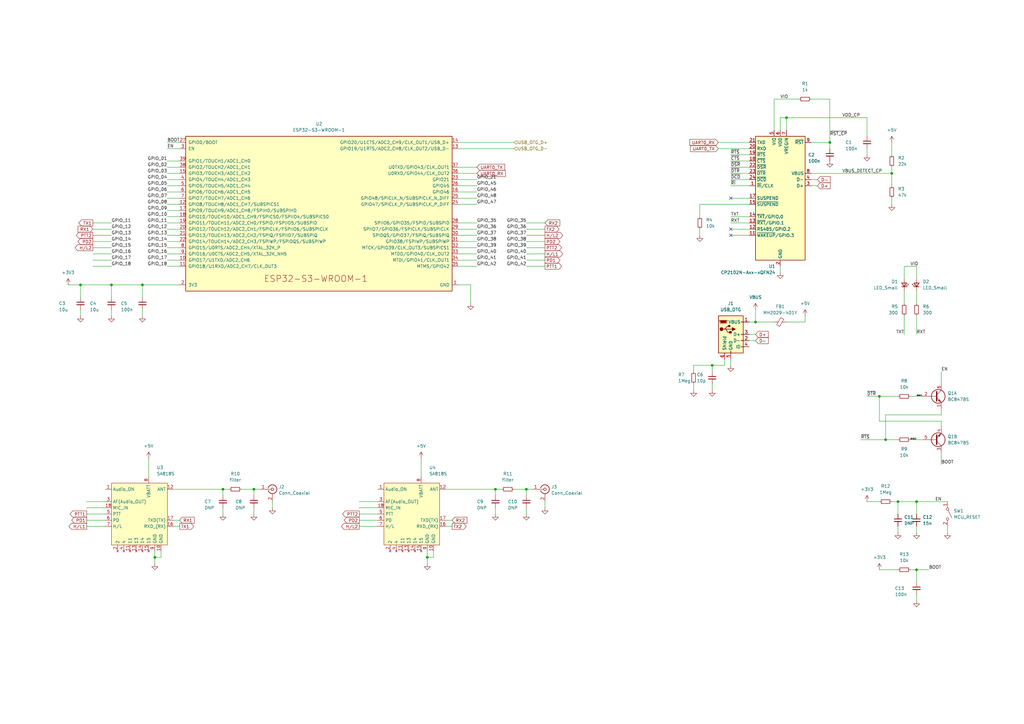
<source format=kicad_sch>
(kicad_sch (version 20211123) (generator eeschema)
  (paper "A3")
  (lib_symbols
    (symbol "Connector:Conn_Coaxial" (pin_names (offset 1.016) hide)
      (property "Reference" "J" (at 0.254 3.048 0))
      (property "Value" "Conn_Coaxial" (at 2.921 0 90))
      (symbol "Conn_Coaxial_0_1"
        (arc (start -1.778 -0.508) (mid 0.2311 -1.8066) (end 1.778 0) (stroke (width 0.254)))
        (polyline (pts (xy -2.54 0) (xy -0.508 0)))
        (polyline (pts (xy 0 -2.54) (xy 0 -1.778)))
        (circle (center 0 0) (radius 0.508) (stroke (width 0.2032)))
        (arc (start 1.778 0) (mid 0.2099 1.8101) (end -1.778 0.508) (stroke (width 0.254)))
      )
      (symbol "Conn_Coaxial_1_1"
        (pin passive line (at -5.08 0 0) (length 2.54) (name "In") (number "1"))
        (pin passive line (at 0 -5.08 90) (length 2.54) (name "Ext") (number "2"))
      )
    )
    (symbol "Connector:USB_OTG" (pin_names (offset 1.016))
      (property "Reference" "J" (at -5.08 11.43 0))
      (property "Value" "USB_OTG" (at -5.08 8.89 0))
      (symbol "USB_OTG_0_1"
        (rectangle (start -5.08 -7.62) (end 5.08 7.62) (stroke (width 0.254)) (fill (type background)))
        (circle (center -3.81 2.159) (radius 0.635) (stroke (width 0.254)) (fill (type outline)))
        (circle (center -0.635 3.429) (radius 0.381) (stroke (width 0.254)) (fill (type outline)))
        (rectangle (start -0.127 -7.62) (end 0.127 -6.858))
        (polyline (pts (xy -1.905 2.159) (xy 0.635 2.159)) (stroke (width 0.254)))
        (polyline (pts (xy -3.175 2.159) (xy -2.54 2.159) (xy -1.27 3.429) (xy -0.635 3.429)) (stroke (width 0.254)))
        (polyline (pts (xy -2.54 2.159) (xy -1.905 2.159) (xy -1.27 0.889) (xy 0 0.889)) (stroke (width 0.254)))
        (polyline (pts (xy 0.635 2.794) (xy 0.635 1.524) (xy 1.905 2.159) (xy 0.635 2.794)) (stroke (width 0.254)) (fill (type outline)))
        (polyline (pts (xy -4.318 5.588) (xy -1.778 5.588) (xy -2.032 4.826) (xy -4.064 4.826) (xy -4.318 5.588)) (fill (type outline)))
        (polyline (pts (xy -4.699 5.842) (xy -4.699 5.588) (xy -4.445 4.826) (xy -4.445 4.572) (xy -1.651 4.572) (xy -1.651 4.826) (xy -1.397 5.588) (xy -1.397 5.842) (xy -4.699 5.842)))
        (rectangle (start 0.254 1.27) (end -0.508 0.508) (stroke (width 0.254)) (fill (type outline)))
        (rectangle (start 5.08 -5.207) (end 4.318 -4.953))
        (rectangle (start 5.08 -2.667) (end 4.318 -2.413))
        (rectangle (start 5.08 -0.127) (end 4.318 0.127))
        (rectangle (start 5.08 4.953) (end 4.318 5.207))
      )
      (symbol "USB_OTG_1_1"
        (pin passive line (at 7.62 5.08 180) (length 2.54) (name "VBUS") (number "1"))
        (pin bidirectional line (at 7.62 -2.54 180) (length 2.54) (name "D-") (number "2"))
        (pin bidirectional line (at 7.62 0 180) (length 2.54) (name "D+") (number "3"))
        (pin passive line (at 7.62 -5.08 180) (length 2.54) (name "ID") (number "4"))
        (pin passive line (at 0 -10.16 90) (length 2.54) (name "GND") (number "5"))
        (pin passive line (at -2.54 -10.16 90) (length 2.54) (name "Shield") (number "6"))
      )
    )
    (symbol "Device:C_Small" (pin_numbers hide) (pin_names (offset 0.254) hide)
      (property "Reference" "C" (at 0.254 1.778 0))
      (property "Value" "C_Small" (at 0.254 -2.032 0))
      (symbol "C_Small_0_1"
        (polyline (pts (xy -1.524 -0.508) (xy 1.524 -0.508)) (stroke (width 0.3302)))
        (polyline (pts (xy -1.524 0.508) (xy 1.524 0.508)) (stroke (width 0.3048)))
      )
      (symbol "C_Small_1_1"
        (pin passive line (at 0 2.54 270) (length 2.032) (name "~") (number "1"))
        (pin passive line (at 0 -2.54 90) (length 2.032) (name "~") (number "2"))
      )
    )
    (symbol "Device:FerriteBead_Small" (pin_numbers hide) (pin_names (offset 0))
      (property "Reference" "FB" (at 1.905 1.27 0))
      (property "Value" "FerriteBead_Small" (at 1.905 -1.27 0))
      (symbol "FerriteBead_Small_0_1"
        (polyline (pts (xy 0 -1.27) (xy 0 -0.7874)))
        (polyline (pts (xy 0 0.889) (xy 0 1.2954)))
        (polyline (pts (xy -1.8288 0.2794) (xy -1.1176 1.4986) (xy 1.8288 -0.2032) (xy 1.1176 -1.4224) (xy -1.8288 0.2794)))
      )
      (symbol "FerriteBead_Small_1_1"
        (pin passive line (at 0 2.54 270) (length 1.27) (name "~") (number "1"))
        (pin passive line (at 0 -2.54 90) (length 1.27) (name "~") (number "2"))
      )
    )
    (symbol "Device:LED_Small" (pin_numbers hide) (pin_names (offset 0.254) hide)
      (property "Reference" "D" (at -1.27 3.175 0))
      (property "Value" "LED_Small" (at -4.445 -2.54 0))
      (symbol "LED_Small_0_1"
        (polyline (pts (xy -0.762 -1.016) (xy -0.762 1.016)) (stroke (width 0.254)))
        (polyline (pts (xy 1.016 0) (xy -0.762 0)))
        (polyline (pts (xy 0.762 -1.016) (xy -0.762 0) (xy 0.762 1.016) (xy 0.762 -1.016)) (stroke (width 0.254)))
        (polyline (pts (xy 0 0.762) (xy -0.508 1.27) (xy -0.254 1.27) (xy -0.508 1.27) (xy -0.508 1.016)))
        (polyline (pts (xy 0.508 1.27) (xy 0 1.778) (xy 0.254 1.778) (xy 0 1.778) (xy 0 1.524)))
      )
      (symbol "LED_Small_1_1"
        (pin passive line (at -2.54 0 0) (length 1.778) (name "K") (number "1"))
        (pin passive line (at 2.54 0 180) (length 1.778) (name "A") (number "2"))
      )
    )
    (symbol "Device:Q_Dual_NPN_NPN_E1B1C2E2B2C1" (pin_names (offset 0) hide)
      (property "Reference" "Q" (at 5.08 1.27 0))
      (property "Value" "Q_Dual_NPN_NPN_E1B1C2E2B2C1" (at 5.08 -1.27 0))
      (symbol "Q_Dual_NPN_NPN_E1B1C2E2B2C1_0_1"
        (polyline (pts (xy 0.635 0) (xy -2.54 0)))
        (polyline (pts (xy 0.635 0.635) (xy 2.54 2.54)))
        (polyline (pts (xy 0.635 -0.635) (xy 2.54 -2.54) (xy 2.54 -2.54)))
        (polyline (pts (xy 0.635 1.905) (xy 0.635 -1.905) (xy 0.635 -1.905)) (stroke (width 0.508)))
        (polyline (pts (xy 1.27 -1.778) (xy 1.778 -1.27) (xy 2.286 -2.286) (xy 1.27 -1.778) (xy 1.27 -1.778)) (fill (type outline)))
        (circle (center 1.27 0) (radius 2.8194) (stroke (width 0.254)))
      )
      (symbol "Q_Dual_NPN_NPN_E1B1C2E2B2C1_1_1"
        (pin passive line (at 2.54 -5.08 90) (length 2.54) (name "E1") (number "1"))
        (pin input line (at -5.08 0 0) (length 2.54) (name "B1") (number "2"))
        (pin passive line (at 2.54 5.08 270) (length 2.54) (name "C1") (number "6"))
      )
      (symbol "Q_Dual_NPN_NPN_E1B1C2E2B2C1_2_1"
        (pin passive line (at 2.54 5.08 270) (length 2.54) (name "C2") (number "3"))
        (pin passive line (at 2.54 -5.08 90) (length 2.54) (name "E2") (number "4"))
        (pin input line (at -5.08 0 0) (length 2.54) (name "B2") (number "5"))
      )
    )
    (symbol "Device:R_Small" (pin_numbers hide) (pin_names (offset 0.254) hide)
      (property "Reference" "R" (at 0.762 0.508 0))
      (property "Value" "R_Small" (at 0.762 -1.016 0))
      (symbol "R_Small_0_1"
        (rectangle (start -0.762 1.778) (end 0.762 -1.778) (stroke (width 0.2032)))
      )
      (symbol "R_Small_1_1"
        (pin passive line (at 0 2.54 270) (length 0.762) (name "~") (number "1"))
        (pin passive line (at 0 -2.54 90) (length 0.762) (name "~") (number "2"))
      )
    )
    (symbol "Espressif:ESP32-S3-WROOM-1" (pin_names (offset 1.016))
      (property "Reference" "U" (at -53.34 38.1 0))
      (property "Value" "ESP32-S3-WROOM-1" (at -53.34 35.56 0))
      (symbol "ESP32-S3-WROOM-1_0_0"
        (rectangle (start -53.34 33.02) (end 55.88 -30.48) (stroke (width 0.254)) (fill (type background)))
        (text "ESP32-S3-WROOM-1" (at 0 -25.4 0) (effects (font (size 2.54 2.54))))
        (pin power_in line (at 58.42 -27.94 180) (length 2.54) (name "GND") (number "1"))
        (pin bidirectional line (at -55.88 -17.78 0) (length 2.54) (name "GPIO17/U1TXD/ADC2_CH6") (number "10"))
        (pin bidirectional line (at -55.88 -20.32 0) (length 2.54) (name "GPIO18/U1RXD/ADC2_CH7/CLK_OUT3") (number "11"))
        (pin bidirectional line (at -55.88 5.08 0) (length 2.54) (name "GPIO8/TOUCH8/ADC1_CH7/SUBSPICS1") (number "12"))
        (pin bidirectional line (at 58.42 27.94 180) (length 2.54) (name "GPIO19/U1RTS/ADC2_CH8/CLK_OUT2/USB_D-") (number "13"))
        (pin bidirectional line (at 58.42 30.48 180) (length 2.54) (name "GPIO20/U1CTS/ADC2_CH9/CLK_OUT1/USB_D+") (number "14"))
        (pin bidirectional line (at -55.88 17.78 0) (length 2.54) (name "GPIO3/TOUCH3/ADC1_CH2") (number "15"))
        (pin bidirectional line (at 58.42 10.16 180) (length 2.54) (name "GPIO46") (number "16"))
        (pin bidirectional line (at -55.88 2.54 0) (length 2.54) (name "GPIO9/TOUCH9/ADC1_CH8/FSPIHD/SUBSPIHD") (number "17"))
        (pin bidirectional line (at -55.88 0 0) (length 2.54) (name "GPIO10/TOUCH10/ADC1_CH9/FSPICS0/FSPIIO4/SUBSPICS0") (number "18"))
        (pin bidirectional line (at -55.88 -2.54 0) (length 2.54) (name "GPIO11/TOUCH11/ADC2_CH0/FSPID/FSPIIO5/SUBSPID") (number "19"))
        (pin power_in line (at -55.88 -27.94 0) (length 2.54) (name "3V3") (number "2"))
        (pin bidirectional line (at -55.88 -5.08 0) (length 2.54) (name "GPIO12/TOUCH12/ADC2_CH1/FSPICLK/FSPIIO6/SUBSPICLK") (number "20"))
        (pin bidirectional line (at -55.88 -7.62 0) (length 2.54) (name "GPIO13/TOUCH13/ADC2_CH2/FSPIQ/FSPIIO7/SUBSPIQ") (number "21"))
        (pin bidirectional line (at -55.88 -10.16 0) (length 2.54) (name "GPIO14/TOUCH14/ADC2_CH3/FSPIWP/FSPIDQS/SUBSPIWP") (number "22"))
        (pin bidirectional line (at 58.42 15.24 180) (length 2.54) (name "GPIO21") (number "23"))
        (pin bidirectional line (at 58.42 5.08 180) (length 2.54) (name "GPIO47/SPICLK_P/SUBSPICLK_P_DIFF") (number "24"))
        (pin bidirectional line (at 58.42 7.62 180) (length 2.54) (name "GPIO48/SPICLK_N/SUBSPICLK_N_DIFF") (number "25"))
        (pin bidirectional line (at 58.42 12.7 180) (length 2.54) (name "GPIO45") (number "26"))
        (pin bidirectional line (at -55.88 30.48 0) (length 2.54) (name "GPIO0/BOOT") (number "27"))
        (pin bidirectional line (at 58.42 -2.54 180) (length 2.54) (name "SPIIO6/GPIO35/FSPID/SUBSPID") (number "28"))
        (pin bidirectional line (at 58.42 -5.08 180) (length 2.54) (name "SPIIO7/GPIO36/FSPICLK/SUBSPICLK") (number "29"))
        (pin input line (at -55.88 27.94 0) (length 2.54) (name "EN") (number "3"))
        (pin bidirectional line (at 58.42 -7.62 180) (length 2.54) (name "SPIDQS/GPIO37/FSPIQ/SUBSPIQ") (number "30"))
        (pin bidirectional line (at 58.42 -10.16 180) (length 2.54) (name "GPIO38/FSPIWP/SUBSPIWP") (number "31"))
        (pin bidirectional line (at 58.42 -12.7 180) (length 2.54) (name "MTCK/GPIO39/CLK_OUT3/SUBSPICS1") (number "32"))
        (pin bidirectional line (at 58.42 -15.24 180) (length 2.54) (name "MTDO/GPIO40/CLK_OUT2") (number "33"))
        (pin bidirectional line (at 58.42 -17.78 180) (length 2.54) (name "MTDI/GPIO41/CLK_OUT1") (number "34"))
        (pin bidirectional line (at 58.42 -20.32 180) (length 2.54) (name "MTMS/GPIO42") (number "35"))
        (pin bidirectional line (at 58.42 17.78 180) (length 2.54) (name "U0RXD/GPIO44/CLK_OUT2") (number "36"))
        (pin bidirectional line (at 58.42 20.32 180) (length 2.54) (name "U0TXD/GPIO43/CLK_OUT1") (number "37"))
        (pin bidirectional line (at -55.88 20.32 0) (length 2.54) (name "GPIO2/TOUCH2/ADC1_CH1") (number "38"))
        (pin bidirectional line (at -55.88 22.86 0) (length 2.54) (name "GPIO1/TOUCH1/ADC1_CH0") (number "39"))
        (pin bidirectional line (at -55.88 15.24 0) (length 2.54) (name "GPIO4/TOUCH4/ADC1_CH3") (number "4"))
        (pin passive line (at 58.42 -27.94 180) (length 2.54) hide (name "GND") (number "40"))
        (pin passive line (at 58.42 -27.94 180) (length 2.54) hide (name "GND") (number "41"))
        (pin bidirectional line (at -55.88 12.7 0) (length 2.54) (name "GPIO5/TOUCH5/ADC1_CH4") (number "5"))
        (pin bidirectional line (at -55.88 10.16 0) (length 2.54) (name "GPIO6/TOUCH6/ADC1_CH5") (number "6"))
        (pin bidirectional line (at -55.88 7.62 0) (length 2.54) (name "GPIO7/TOUCH7/ADC1_CH6") (number "7"))
        (pin bidirectional line (at -55.88 -12.7 0) (length 2.54) (name "GPIO15/U0RTS/ADC2_CH4/XTAL_32K_P") (number "8"))
        (pin bidirectional line (at -55.88 -15.24 0) (length 2.54) (name "GPIO16/U0CTS/ADC2_CH5/XTAL_32K_NH5") (number "9"))
      )
    )
    (symbol "Interface_USB:CP2102N-Axx-xQFN24"
      (property "Reference" "U" (at -8.89 26.67 0))
      (property "Value" "CP2102N-Axx-xQFN24" (at 13.97 26.67 0))
      (symbol "CP2102N-Axx-xQFN24_0_1"
        (rectangle (start -10.16 25.4) (end 10.16 -25.4) (stroke (width 0.254)) (fill (type background)))
      )
      (symbol "CP2102N-Axx-xQFN24_1_1"
        (pin bidirectional line (at 12.7 5.08 180) (length 2.54) (name "~{RI}/CLK") (number "1"))
        (pin no_connect line (at -10.16 -22.86 0) (length 2.54) hide (name "NC") (number "10"))
        (pin bidirectional line (at 12.7 -15.24 180) (length 2.54) (name "~{WAKEUP}/GPIO.3") (number "11"))
        (pin bidirectional line (at 12.7 -12.7 180) (length 2.54) (name "RS485/GPIO.2") (number "12"))
        (pin bidirectional line (at 12.7 -10.16 180) (length 2.54) (name "~{RXT}/GPIO.1") (number "13"))
        (pin bidirectional line (at 12.7 -7.62 180) (length 2.54) (name "~{TXT}/GPIO.0") (number "14"))
        (pin output line (at 12.7 -2.54 180) (length 2.54) (name "~{SUSPEND}") (number "15"))
        (pin no_connect line (at 10.16 -22.86 180) (length 2.54) hide (name "NC") (number "16"))
        (pin output line (at 12.7 0 180) (length 2.54) (name "SUSPEND") (number "17"))
        (pin input line (at 12.7 15.24 180) (length 2.54) (name "~{CTS}") (number "18"))
        (pin output line (at 12.7 17.78 180) (length 2.54) (name "~{RTS}") (number "19"))
        (pin power_in line (at 0 -27.94 90) (length 2.54) (name "GND") (number "2"))
        (pin input line (at 12.7 20.32 180) (length 2.54) (name "RXD") (number "20"))
        (pin output line (at 12.7 22.86 180) (length 2.54) (name "TXD") (number "21"))
        (pin input line (at 12.7 12.7 180) (length 2.54) (name "~{DSR}") (number "22"))
        (pin output line (at 12.7 10.16 180) (length 2.54) (name "~{DTR}") (number "23"))
        (pin input line (at 12.7 7.62 180) (length 2.54) (name "~{DCD}") (number "24"))
        (pin passive line (at 0 -27.94 90) (length 2.54) hide (name "GND") (number "25"))
        (pin bidirectional line (at -12.7 5.08 0) (length 2.54) (name "D+") (number "3"))
        (pin bidirectional line (at -12.7 7.62 0) (length 2.54) (name "D-") (number "4"))
        (pin power_in line (at 2.54 27.94 270) (length 2.54) (name "VIO") (number "5"))
        (pin power_in line (at 0 27.94 270) (length 2.54) (name "VDD") (number "6"))
        (pin power_in line (at -2.54 27.94 270) (length 2.54) (name "VREGIN") (number "7"))
        (pin input line (at -12.7 10.16 0) (length 2.54) (name "VBUS") (number "8"))
        (pin input line (at -12.7 22.86 0) (length 2.54) (name "~{RST}") (number "9"))
      )
    )
    (symbol "My_custom_lib:SA818S"
      (property "Reference" "U" (at 0 6.35 0))
      (property "Value" "SA818S" (at 0 8.89 0))
      (symbol "SA818S_0_1"
        (rectangle (start -7.62 2.54) (end 15.24 -22.86) (fill (type background)))
      )
      (symbol "SA818S_1_1"
        (pin input line (at -10.16 0 0) (length 2.54) (name "Audio_ON") (number "1"))
        (pin power_in line (at 12.7 -25.4 90) (length 2.54) (name "GND") (number "10"))
        (pin no_connect line (at 0 -25.4 90) (length 2.54) (name "11") (number "11"))
        (pin input line (at 17.78 0 180) (length 2.54) (name "ANT") (number "12"))
        (pin no_connect line (at 2.54 -25.4 90) (length 2.54) (name "13") (number "13"))
        (pin no_connect line (at 5.08 -25.4 90) (length 2.54) (name "14") (number "14"))
        (pin no_connect line (at 7.62 -25.4 90) (length 2.54) (name "15") (number "15"))
        (pin input line (at 17.78 -15.24 180) (length 2.54) (name "RXD_(RX)") (number "16"))
        (pin input line (at 17.78 -12.7 180) (length 2.54) (name "TXD(TX)") (number "17"))
        (pin input line (at -10.16 -7.62 0) (length 2.54) (name "MIC_IN") (number "18"))
        (pin no_connect line (at -5.08 -25.4 90) (length 2.54) (name "2") (number "2"))
        (pin input line (at -10.16 -5.08 0) (length 2.54) (name "AF(Audio_OUT)") (number "3"))
        (pin no_connect line (at -2.54 -25.4 90) (length 2.54) (name "4") (number "4"))
        (pin input line (at -10.16 -10.16 0) (length 2.54) (name "PTT") (number "5"))
        (pin input line (at -10.16 -12.7 0) (length 2.54) (name "PD") (number "6"))
        (pin input line (at -10.16 -15.24 0) (length 2.54) (name "H/L") (number "7"))
        (pin power_in line (at 7.62 5.08 270) (length 2.54) (name "VBATT") (number "8"))
        (pin power_in line (at 10.16 -25.4 90) (length 2.54) (name "GND") (number "9"))
      )
    )
    (symbol "SA818S_1"
      (property "Reference" "U" (at 0 6.35 0))
      (property "Value" "SA818S_1" (at 0 8.89 0))
      (symbol "SA818S_1_0_1"
        (rectangle (start -7.62 2.54) (end 15.24 -22.86) (fill (type background)))
      )
      (symbol "SA818S_1_1_1"
        (pin input line (at -10.16 0 0) (length 2.54) (name "Audio_ON") (number "1"))
        (pin power_in line (at 12.7 -25.4 90) (length 2.54) (name "GND") (number "10"))
        (pin no_connect line (at 0 -25.4 90) (length 2.54) (name "11") (number "11"))
        (pin input line (at 17.78 0 180) (length 2.54) (name "ANT") (number "12"))
        (pin no_connect line (at 2.54 -25.4 90) (length 2.54) (name "13") (number "13"))
        (pin no_connect line (at 5.08 -25.4 90) (length 2.54) (name "14") (number "14"))
        (pin no_connect line (at 7.62 -25.4 90) (length 2.54) (name "15") (number "15"))
        (pin input line (at 17.78 -15.24 180) (length 2.54) (name "RXD_(RX)") (number "16"))
        (pin input line (at 17.78 -12.7 180) (length 2.54) (name "TXD(TX)") (number "17"))
        (pin input line (at -10.16 -7.62 0) (length 2.54) (name "MIC_IN") (number "18"))
        (pin no_connect line (at -5.08 -25.4 90) (length 2.54) (name "2") (number "2"))
        (pin input line (at -10.16 -5.08 0) (length 2.54) (name "AF(Audio_OUT)") (number "3"))
        (pin no_connect line (at -2.54 -25.4 90) (length 2.54) (name "4") (number "4"))
        (pin input line (at -10.16 -10.16 0) (length 2.54) (name "PTT") (number "5"))
        (pin input line (at -10.16 -12.7 0) (length 2.54) (name "PD") (number "6"))
        (pin input line (at -10.16 -15.24 0) (length 2.54) (name "H/L") (number "7"))
        (pin power_in line (at 7.62 5.08 270) (length 2.54) (name "VBATT") (number "8"))
        (pin power_in line (at 10.16 -25.4 90) (length 2.54) (name "GND") (number "9"))
      )
    )
    (symbol "Switch:SW_SPST" (pin_names (offset 0) hide)
      (property "Reference" "SW" (at 0 3.175 0))
      (property "Value" "SW_SPST" (at 0 -2.54 0))
      (symbol "SW_SPST_0_0"
        (circle (center -2.032 0) (radius 0.508))
        (polyline (pts (xy -1.524 0.254) (xy 1.524 1.778)))
        (circle (center 2.032 0) (radius 0.508))
      )
      (symbol "SW_SPST_1_1"
        (pin passive line (at -5.08 0 0) (length 2.54) (name "A") (number "1"))
        (pin passive line (at 5.08 0 180) (length 2.54) (name "B") (number "2"))
      )
    )
    (symbol "power:+3V3" (power) (pin_names (offset 0))
      (property "Value" "+3V3" (at 0 3.556 0))
      (symbol "+3V3_0_1"
        (polyline (pts (xy -0.762 1.27) (xy 0 2.54)))
        (polyline (pts (xy 0 0) (xy 0 2.54)))
        (polyline (pts (xy 0 2.54) (xy 0.762 1.27)))
      )
      (symbol "+3V3_1_1"
        (pin power_in line (at 0 0 90) (length 0) hide (name "+3V3") (number "1"))
      )
    )
    (symbol "power:+5V" (power) (pin_names (offset 0))
      (property "Value" "+5V" (at 0 3.556 0))
      (symbol "+5V_0_1"
        (polyline (pts (xy -0.762 1.27) (xy 0 2.54)))
        (polyline (pts (xy 0 0) (xy 0 2.54)))
        (polyline (pts (xy 0 2.54) (xy 0.762 1.27)))
      )
      (symbol "+5V_1_1"
        (pin power_in line (at 0 0 90) (length 0) hide (name "+5V") (number "1"))
      )
    )
    (symbol "power:GND" (power) (pin_names (offset 0))
      (property "Value" "GND" (at 0 -3.81 0))
      (symbol "GND_0_1"
        (polyline (pts (xy 0 0) (xy 0 -1.27) (xy 1.27 -1.27) (xy 0 -2.54) (xy -1.27 -1.27) (xy 0 -1.27)))
      )
      (symbol "GND_1_1"
        (pin power_in line (at 0 0 270) (length 0) hide (name "GND") (number "1"))
      )
    )
    (symbol "power:VBUS" (power) (pin_names (offset 0))
      (property "Value" "VBUS" (at 0 3.81 0))
      (symbol "VBUS_0_1"
        (polyline (pts (xy -0.762 1.27) (xy 0 2.54)))
        (polyline (pts (xy 0 0) (xy 0 2.54)))
        (polyline (pts (xy 0 2.54) (xy 0.762 1.27)))
      )
      (symbol "VBUS_1_1"
        (pin power_in line (at 0 0 90) (length 0) hide (name "VBUS") (number "1"))
      )
    )
  )
  (junction (at 215.9 200.66))
  (junction (at 58.42 116.84))
  (junction (at 33.02 116.84))
  (junction (at 375.92 233.68))
  (junction (at 292.1 149.86))
  (junction (at 365.76 71.12))
  (junction (at 45.72 116.84))
  (junction (at 175.26 228.6))
  (junction (at 368.3 205.74))
  (junction (at 375.92 205.74))
  (junction (at 360.68 162.56))
  (junction (at 203.2 200.66))
  (junction (at 363.22 180.34))
  (junction (at 91.44 200.66))
  (junction (at 309.88 132.08))
  (junction (at 63.5 228.6))
  (junction (at 104.14 200.66))
  (junction (at 340.36 58.42))
  (junction (at 322.58 48.26))
  (no_connect (at 299.72 81.28))
  (no_connect (at 299.72 96.52))
  (no_connect (at 299.72 93.98))
  (wire (pts (xy 320.04 109.22) (xy 320.04 111.76)))
  (wire (pts (xy 386.08 157.48) (xy 386.08 152.4)))
  (wire (pts (xy 35.56 215.9) (xy 43.18 215.9)))
  (wire (pts (xy 38.1 91.44) (xy 45.72 91.44)))
  (wire (pts (xy 307.34 139.7) (xy 309.88 139.7)))
  (wire (pts (xy 223.52 205.74) (xy 223.52 208.28)))
  (wire (pts (xy 68.58 86.36) (xy 73.66 86.36)))
  (wire (pts (xy 104.14 203.2) (xy 104.14 200.66)))
  (wire (pts (xy 317.5 40.64) (xy 327.66 40.64)))
  (wire (pts (xy 91.44 200.66) (xy 93.98 200.66)))
  (wire (pts (xy 45.72 116.84) (xy 58.42 116.84)))
  (wire (pts (xy 187.96 81.28) (xy 195.58 81.28)))
  (wire (pts (xy 68.58 66.04) (xy 73.66 66.04)))
  (wire (pts (xy 360.68 172.72) (xy 386.08 172.72)))
  (wire (pts (xy 375.92 215.9) (xy 375.92 218.44)))
  (wire (pts (xy 91.44 208.28) (xy 91.44 210.82)))
  (wire (pts (xy 68.58 58.42) (xy 73.66 58.42)))
  (wire (pts (xy 332.74 71.12) (xy 365.76 71.12)))
  (wire (pts (xy 63.5 228.6) (xy 63.5 226.06)))
  (wire (pts (xy 360.68 162.56) (xy 368.3 162.56)))
  (wire (pts (xy 58.42 121.92) (xy 58.42 116.84)))
  (wire (pts (xy 58.42 116.84) (xy 73.66 116.84)))
  (wire (pts (xy 193.04 116.84) (xy 193.04 124.46)))
  (wire (pts (xy 63.5 228.6) (xy 63.5 231.14)))
  (wire (pts (xy 340.36 40.64) (xy 340.36 58.42)))
  (wire (pts (xy 187.96 99.06) (xy 195.58 99.06)))
  (wire (pts (xy 299.72 68.58) (xy 307.34 68.58)))
  (wire (pts (xy 182.88 215.9) (xy 185.42 215.9)))
  (wire (pts (xy 58.42 127) (xy 58.42 129.54)))
  (wire (pts (xy 187.96 104.14) (xy 195.58 104.14)))
  (wire (pts (xy 386.08 190.5) (xy 386.08 185.42)))
  (wire (pts (xy 360.68 233.68) (xy 368.3 233.68)))
  (wire (pts (xy 292.1 149.86) (xy 292.1 152.4)))
  (wire (pts (xy 187.96 83.82) (xy 195.58 83.82)))
  (wire (pts (xy 223.52 106.68) (xy 215.9 106.68)))
  (wire (pts (xy 386.08 170.18) (xy 386.08 167.64)))
  (wire (pts (xy 187.96 109.22) (xy 195.58 109.22)))
  (wire (pts (xy 330.2 132.08) (xy 322.58 132.08)))
  (wire (pts (xy 45.72 104.14) (xy 38.1 104.14)))
  (wire (pts (xy 68.58 88.9) (xy 73.66 88.9)))
  (wire (pts (xy 363.22 180.34) (xy 368.3 180.34)))
  (wire (pts (xy 210.82 200.66) (xy 215.9 200.66)))
  (wire (pts (xy 332.74 76.2) (xy 335.28 76.2)))
  (wire (pts (xy 182.88 213.36) (xy 185.42 213.36)))
  (wire (pts (xy 68.58 68.58) (xy 73.66 68.58)))
  (wire (pts (xy 147.32 213.36) (xy 154.94 213.36)))
  (wire (pts (xy 297.18 147.32) (xy 297.18 149.86)))
  (wire (pts (xy 35.56 205.74) (xy 43.18 205.74)))
  (wire (pts (xy 68.58 60.96) (xy 73.66 60.96)))
  (wire (pts (xy 375.92 243.84) (xy 375.92 246.38)))
  (wire (pts (xy 177.8 226.06) (xy 177.8 228.6)))
  (wire (pts (xy 187.96 106.68) (xy 195.58 106.68)))
  (wire (pts (xy 299.72 71.12) (xy 307.34 71.12)))
  (wire (pts (xy 187.96 71.12) (xy 195.58 71.12)))
  (wire (pts (xy 45.72 109.22) (xy 38.1 109.22)))
  (wire (pts (xy 68.58 73.66) (xy 73.66 73.66)))
  (wire (pts (xy 175.26 226.06) (xy 175.26 228.6)))
  (wire (pts (xy 368.3 215.9) (xy 368.3 218.44)))
  (wire (pts (xy 66.04 228.6) (xy 63.5 228.6)))
  (wire (pts (xy 299.72 93.98) (xy 307.34 93.98)))
  (wire (pts (xy 322.58 48.26) (xy 320.04 48.26)))
  (wire (pts (xy 223.52 109.22) (xy 215.9 109.22)))
  (wire (pts (xy 33.02 127) (xy 33.02 129.54)))
  (wire (pts (xy 45.72 121.92) (xy 45.72 116.84)))
  (wire (pts (xy 307.34 58.42) (xy 294.64 58.42)))
  (wire (pts (xy 307.34 132.08) (xy 309.88 132.08)))
  (wire (pts (xy 68.58 99.06) (xy 73.66 99.06)))
  (wire (pts (xy 322.58 53.34) (xy 322.58 48.26)))
  (wire (pts (xy 147.32 205.74) (xy 154.94 205.74)))
  (wire (pts (xy 330.2 129.54) (xy 330.2 132.08)))
  (wire (pts (xy 215.9 200.66) (xy 218.44 200.66)))
  (wire (pts (xy 355.6 48.26) (xy 355.6 55.88)))
  (wire (pts (xy 317.5 53.34) (xy 317.5 40.64)))
  (wire (pts (xy 187.96 91.44) (xy 195.58 91.44)))
  (wire (pts (xy 307.34 60.96) (xy 294.64 60.96)))
  (wire (pts (xy 147.32 210.82) (xy 154.94 210.82)))
  (wire (pts (xy 287.02 83.82) (xy 307.34 83.82)))
  (wire (pts (xy 68.58 96.52) (xy 73.66 96.52)))
  (wire (pts (xy 68.58 93.98) (xy 73.66 93.98)))
  (wire (pts (xy 68.58 76.2) (xy 73.66 76.2)))
  (wire (pts (xy 27.94 116.84) (xy 33.02 116.84)))
  (wire (pts (xy 365.76 81.28) (xy 365.76 83.82)))
  (wire (pts (xy 299.72 66.04) (xy 307.34 66.04)))
  (wire (pts (xy 370.84 129.54) (xy 370.84 137.16)))
  (wire (pts (xy 68.58 91.44) (xy 73.66 91.44)))
  (wire (pts (xy 363.22 170.18) (xy 363.22 180.34)))
  (wire (pts (xy 287.02 83.82) (xy 287.02 88.9)))
  (wire (pts (xy 91.44 203.2) (xy 91.44 200.66)))
  (wire (pts (xy 187.96 76.2) (xy 195.58 76.2)))
  (wire (pts (xy 309.88 127) (xy 309.88 132.08)))
  (wire (pts (xy 68.58 104.14) (xy 73.66 104.14)))
  (wire (pts (xy 375.92 210.82) (xy 375.92 205.74)))
  (wire (pts (xy 215.9 208.28) (xy 215.9 210.82)))
  (wire (pts (xy 388.62 215.9) (xy 388.62 218.44)))
  (wire (pts (xy 340.36 58.42) (xy 340.36 60.96)))
  (wire (pts (xy 187.96 93.98) (xy 195.58 93.98)))
  (wire (pts (xy 215.9 93.98) (xy 223.52 93.98)))
  (wire (pts (xy 360.68 162.56) (xy 360.68 172.72)))
  (wire (pts (xy 203.2 208.28) (xy 203.2 210.82)))
  (wire (pts (xy 320.04 48.26) (xy 320.04 53.34)))
  (wire (pts (xy 340.36 58.42) (xy 332.74 58.42)))
  (wire (pts (xy 223.52 101.6) (xy 215.9 101.6)))
  (wire (pts (xy 284.48 149.86) (xy 284.48 152.4)))
  (wire (pts (xy 375.92 119.38) (xy 375.92 124.46)))
  (wire (pts (xy 386.08 170.18) (xy 363.22 170.18)))
  (wire (pts (xy 299.72 81.28) (xy 307.34 81.28)))
  (wire (pts (xy 187.96 96.52) (xy 195.58 96.52)))
  (wire (pts (xy 45.72 96.52) (xy 38.1 96.52)))
  (wire (pts (xy 35.56 208.28) (xy 43.18 208.28)))
  (wire (pts (xy 68.58 83.82) (xy 73.66 83.82)))
  (wire (pts (xy 297.18 149.86) (xy 292.1 149.86)))
  (wire (pts (xy 68.58 101.6) (xy 73.66 101.6)))
  (wire (pts (xy 104.14 200.66) (xy 106.68 200.66)))
  (wire (pts (xy 99.06 200.66) (xy 104.14 200.66)))
  (wire (pts (xy 370.84 109.22) (xy 375.92 109.22)))
  (wire (pts (xy 355.6 162.56) (xy 360.68 162.56)))
  (wire (pts (xy 60.96 187.96) (xy 60.96 195.58)))
  (wire (pts (xy 365.76 68.58) (xy 365.76 71.12)))
  (wire (pts (xy 175.26 228.6) (xy 175.26 231.14)))
  (wire (pts (xy 373.38 180.34) (xy 378.46 180.34)))
  (wire (pts (xy 68.58 81.28) (xy 73.66 81.28)))
  (wire (pts (xy 375.92 129.54) (xy 375.92 137.16)))
  (wire (pts (xy 386.08 172.72) (xy 386.08 175.26)))
  (wire (pts (xy 187.96 116.84) (xy 193.04 116.84)))
  (wire (pts (xy 375.92 205.74) (xy 388.62 205.74)))
  (wire (pts (xy 299.72 63.5) (xy 307.34 63.5)))
  (wire (pts (xy 68.58 106.68) (xy 73.66 106.68)))
  (wire (pts (xy 307.34 88.9) (xy 299.72 88.9)))
  (wire (pts (xy 172.72 187.96) (xy 172.72 195.58)))
  (wire (pts (xy 68.58 78.74) (xy 73.66 78.74)))
  (wire (pts (xy 292.1 157.48) (xy 292.1 160.02)))
  (wire (pts (xy 355.6 205.74) (xy 360.68 205.74)))
  (wire (pts (xy 45.72 101.6) (xy 38.1 101.6)))
  (wire (pts (xy 215.9 203.2) (xy 215.9 200.66)))
  (wire (pts (xy 332.74 40.64) (xy 340.36 40.64)))
  (wire (pts (xy 368.3 210.82) (xy 368.3 205.74)))
  (wire (pts (xy 299.72 96.52) (xy 307.34 96.52)))
  (wire (pts (xy 299.72 73.66) (xy 307.34 73.66)))
  (wire (pts (xy 355.6 48.26) (xy 322.58 48.26)))
  (wire (pts (xy 287.02 93.98) (xy 287.02 96.52)))
  (wire (pts (xy 45.72 106.68) (xy 38.1 106.68)))
  (wire (pts (xy 35.56 213.36) (xy 43.18 213.36)))
  (wire (pts (xy 203.2 200.66) (xy 205.74 200.66)))
  (wire (pts (xy 292.1 149.86) (xy 284.48 149.86)))
  (wire (pts (xy 365.76 58.42) (xy 365.76 63.5)))
  (wire (pts (xy 223.52 96.52) (xy 215.9 96.52)))
  (wire (pts (xy 365.76 71.12) (xy 365.76 76.2)))
  (wire (pts (xy 45.72 127) (xy 45.72 129.54)))
  (wire (pts (xy 182.88 200.66) (xy 203.2 200.66)))
  (wire (pts (xy 147.32 215.9) (xy 154.94 215.9)))
  (wire (pts (xy 66.04 228.6) (xy 66.04 226.06)))
  (wire (pts (xy 373.38 162.56) (xy 378.46 162.56)))
  (wire (pts (xy 375.92 238.76) (xy 375.92 233.68)))
  (wire (pts (xy 355.6 60.96) (xy 355.6 63.5)))
  (wire (pts (xy 187.96 58.42) (xy 210.82 58.42)))
  (wire (pts (xy 177.8 228.6) (xy 175.26 228.6)))
  (wire (pts (xy 45.72 99.06) (xy 38.1 99.06)))
  (wire (pts (xy 284.48 157.48) (xy 284.48 160.02)))
  (wire (pts (xy 187.96 60.96) (xy 210.82 60.96)))
  (wire (pts (xy 375.92 233.68) (xy 373.38 233.68)))
  (wire (pts (xy 187.96 78.74) (xy 195.58 78.74)))
  (wire (pts (xy 71.12 213.36) (xy 73.66 213.36)))
  (wire (pts (xy 368.3 205.74) (xy 375.92 205.74)))
  (wire (pts (xy 375.92 109.22) (xy 375.92 114.3)))
  (wire (pts (xy 353.06 180.34) (xy 363.22 180.34)))
  (wire (pts (xy 299.72 76.2) (xy 307.34 76.2)))
  (wire (pts (xy 187.96 68.58) (xy 195.58 68.58)))
  (wire (pts (xy 33.02 121.92) (xy 33.02 116.84)))
  (wire (pts (xy 309.88 132.08) (xy 317.5 132.08)))
  (wire (pts (xy 223.52 104.14) (xy 215.9 104.14)))
  (wire (pts (xy 104.14 208.28) (xy 104.14 210.82)))
  (wire (pts (xy 332.74 73.66) (xy 335.28 73.66)))
  (wire (pts (xy 203.2 203.2) (xy 203.2 200.66)))
  (wire (pts (xy 365.76 205.74) (xy 368.3 205.74)))
  (wire (pts (xy 68.58 71.12) (xy 73.66 71.12)))
  (wire (pts (xy 307.34 91.44) (xy 299.72 91.44)))
  (wire (pts (xy 147.32 208.28) (xy 154.94 208.28)))
  (wire (pts (xy 111.76 205.74) (xy 111.76 208.28)))
  (wire (pts (xy 381 233.68) (xy 375.92 233.68)))
  (wire (pts (xy 370.84 119.38) (xy 370.84 124.46)))
  (wire (pts (xy 307.34 137.16) (xy 309.88 137.16)))
  (wire (pts (xy 71.12 200.66) (xy 91.44 200.66)))
  (wire (pts (xy 215.9 91.44) (xy 223.52 91.44)))
  (wire (pts (xy 187.96 101.6) (xy 195.58 101.6)))
  (wire (pts (xy 35.56 210.82) (xy 43.18 210.82)))
  (wire (pts (xy 71.12 215.9) (xy 73.66 215.9)))
  (wire (pts (xy 33.02 116.84) (xy 45.72 116.84)))
  (wire (pts (xy 68.58 109.22) (xy 73.66 109.22)))
  (wire (pts (xy 223.52 99.06) (xy 215.9 99.06)))
  (wire (pts (xy 187.96 73.66) (xy 195.58 73.66)))
  (wire (pts (xy 38.1 93.98) (xy 45.72 93.98)))
  (wire (pts (xy 299.72 147.32) (xy 299.72 149.86)))
  (wire (pts (xy 370.84 114.3) (xy 370.84 109.22)))
  (label "GPIO_11" (at 45.72 91.44 0))
  (label "GPIO_41" (at 215.9 106.68 180))
  (label "GPIO_06" (at 68.58 78.74 180))
  (label "RXT" (at 375.92 137.16 0))
  (label "GPIO_04" (at 68.58 73.66 180))
  (label "GPIO_07" (at 68.58 81.28 180))
  (label "~{DCD}" (at 299.72 73.66 0))
  (label "TXT" (at 370.84 137.16 180))
  (label "VIO" (at 373.38 109.22 0))
  (label "GPIO_11" (at 68.58 91.44 180))
  (label "GPIO_42" (at 215.9 109.22 180))
  (label "TXT" (at 299.72 88.9 0))
  (label "RXT" (at 299.72 91.44 0))
  (label "GPIO_38" (at 215.9 99.06 180))
  (label "GPIO_40" (at 215.9 104.14 180))
  (label "GPIO_37" (at 215.9 96.52 180))
  (label "BOOT" (at 386.08 190.5 0))
  (label "GPIO_42" (at 195.58 109.22 0))
  (label "~{RI}" (at 299.72 76.2 0))
  (label "GPIO_13" (at 45.72 96.52 0))
  (label "GPIO_15" (at 45.72 101.6 0))
  (label "GPIO_09" (at 68.58 86.36 180))
  (label "VDD_CP" (at 345.44 48.26 0))
  (label "GPIO_10" (at 68.58 88.9 180))
  (label "GPIO_18" (at 45.72 109.22 0))
  (label "GPIO_16" (at 68.58 104.14 180))
  (label "GPIO_40" (at 195.58 104.14 0))
  (label "GPIO_37" (at 195.58 96.52 0))
  (label "GPIO_12" (at 68.58 93.98 180))
  (label "BOOT" (at 68.58 58.42 0))
  (label "GPIO_17" (at 45.72 106.68 0))
  (label "GPIO_13" (at 68.58 96.52 180))
  (label "GPIO_05" (at 68.58 76.2 180))
  (label "BASE2" (at 373.38 180.34 0) (effects (font (size 0.5 0.5))))
  (label "BOOT" (at 381 233.68 0))
  (label "GPIO_48" (at 195.58 81.28 0))
  (label "GPIO_41" (at 195.58 106.68 0))
  (label "GPIO_38" (at 195.58 99.06 0))
  (label "GPIO_17" (at 68.58 106.68 180))
  (label "GPIO_14" (at 45.72 99.06 0))
  (label "~{DSR}" (at 299.72 68.58 0))
  (label "GPIO_36" (at 215.9 93.98 180))
  (label "VIO" (at 320.04 40.64 0))
  (label "~{RST_CP}" (at 340.36 55.88 0))
  (label "GPIO_16" (at 45.72 104.14 0))
  (label "GPIO_15" (at 68.58 101.6 180))
  (label "~{RTS}" (at 353.06 180.34 0))
  (label "GPIO_39" (at 215.9 101.6 180))
  (label "BASE1" (at 375.92 162.56 0) (effects (font (size 0.5 0.5))))
  (label "GPIO_35" (at 195.58 91.44 0))
  (label "GPIO_36" (at 195.58 93.98 0))
  (label "GPIO_02" (at 68.58 68.58 180))
  (label "GPIO_46" (at 195.58 78.74 0))
  (label "GPIO_39" (at 195.58 101.6 0))
  (label "GPIO_03" (at 68.58 71.12 180))
  (label "GPIO_01" (at 68.58 66.04 180))
  (label "GPIO_18" (at 68.58 109.22 180))
  (label "~{CTS}" (at 299.72 66.04 0))
  (label "GPIO_21" (at 195.58 73.66 0))
  (label "EN" (at 383.54 205.74 0))
  (label "GPIO_45" (at 195.58 76.2 0))
  (label "VBUS_DETECT_CP" (at 345.44 71.12 0))
  (label "GPIO_35" (at 215.9 91.44 180))
  (label "GPIO_14" (at 68.58 99.06 180))
  (label "EN" (at 386.08 152.4 0))
  (label "EN" (at 68.58 60.96 0))
  (label "GPIO_12" (at 45.72 93.98 0))
  (label "~{RTS}" (at 299.72 63.5 0))
  (label "~{DTR}" (at 299.72 71.12 0))
  (label "GPIO_47" (at 195.58 83.82 0))
  (label "~{DTR}" (at 355.6 162.56 0))
  (label "GPIO_08" (at 68.58 83.82 180))
  (global_label "D+" (shape input) (at 335.28 76.2 0) (property "Intersheet References" "${INTERSHEET_REFS}" (effects hide)))
  (global_label "PTT1" (shape output) (at 35.56 210.82 180) (property "Intersheet References" "${INTERSHEET_REFS}" (effects hide)))
  (global_label "D-" (shape input) (at 335.28 73.66 0) (property "Intersheet References" "${INTERSHEET_REFS}" (effects hide)))
  (global_label "PD2" (shape output) (at 38.1 99.06 180) (property "Intersheet References" "${INTERSHEET_REFS}" (effects hide)))
  (global_label "UART0_RX" (shape input) (at 294.64 58.42 180) (property "Intersheet References" "${INTERSHEET_REFS}" (effects hide)))
  (global_label "D-" (shape input) (at 309.88 139.7 0) (property "Intersheet References" "${INTERSHEET_REFS}" (effects hide)))
  (global_label "H{slash}L2" (shape output) (at 38.1 101.6 180) (property "Intersheet References" "${INTERSHEET_REFS}" (effects hide)))
  (global_label "PTT2" (shape output) (at 147.32 210.82 180) (property "Intersheet References" "${INTERSHEET_REFS}" (effects hide)))
  (global_label "TX1" (shape output) (at 38.1 91.44 180) (property "Intersheet References" "${INTERSHEET_REFS}" (effects hide)))
  (global_label "RX1" (shape input) (at 73.66 213.36 0) (property "Intersheet References" "${INTERSHEET_REFS}" (effects hide)))
  (global_label "RX2" (shape input) (at 185.42 213.36 0) (property "Intersheet References" "${INTERSHEET_REFS}" (effects hide)))
  (global_label "UART0_TX" (shape input) (at 195.58 68.58 0) (property "Intersheet References" "${INTERSHEET_REFS}" (effects hide)))
  (global_label "RX2" (shape input) (at 223.52 91.44 0) (property "Intersheet References" "${INTERSHEET_REFS}" (effects hide)))
  (global_label "H{slash}L1" (shape output) (at 35.56 215.9 180) (property "Intersheet References" "${INTERSHEET_REFS}" (effects hide)))
  (global_label "D+" (shape input) (at 309.88 137.16 0) (property "Intersheet References" "${INTERSHEET_REFS}" (effects hide)))
  (global_label "PD2" (shape output) (at 147.32 213.36 180) (property "Intersheet References" "${INTERSHEET_REFS}" (effects hide)))
  (global_label "H{slash}L2" (shape output) (at 147.32 215.9 180) (property "Intersheet References" "${INTERSHEET_REFS}" (effects hide)))
  (global_label "PD1" (shape output) (at 35.56 213.36 180) (property "Intersheet References" "${INTERSHEET_REFS}" (effects hide)))
  (global_label "UART0_TX" (shape input) (at 294.64 60.96 180) (property "Intersheet References" "${INTERSHEET_REFS}" (effects hide)))
  (global_label "PTT2" (shape output) (at 38.1 96.52 180) (property "Intersheet References" "${INTERSHEET_REFS}" (effects hide)))
  (global_label "TX2" (shape output) (at 223.52 93.98 0) (property "Intersheet References" "${INTERSHEET_REFS}" (effects hide)))
  (global_label "H{slash}L2" (shape output) (at 223.52 96.52 0) (property "Intersheet References" "${INTERSHEET_REFS}" (effects hide)))
  (global_label "TX1" (shape output) (at 73.66 215.9 0) (property "Intersheet References" "${INTERSHEET_REFS}" (effects hide)))
  (global_label "TX2" (shape output) (at 185.42 215.9 0) (property "Intersheet References" "${INTERSHEET_REFS}" (effects hide)))
  (global_label "PTT2" (shape output) (at 223.52 101.6 0) (property "Intersheet References" "${INTERSHEET_REFS}" (effects hide)))
  (global_label "RX1" (shape input) (at 38.1 93.98 180) (property "Intersheet References" "${INTERSHEET_REFS}" (effects hide)))
  (global_label "PTT1" (shape output) (at 223.52 109.22 0) (property "Intersheet References" "${INTERSHEET_REFS}" (effects hide)))
  (global_label "PD2" (shape output) (at 223.52 99.06 0) (property "Intersheet References" "${INTERSHEET_REFS}" (effects hide)))
  (global_label "UART0_RX" (shape input) (at 195.58 71.12 0) (property "Intersheet References" "${INTERSHEET_REFS}" (effects hide)))
  (global_label "PD1" (shape output) (at 223.52 106.68 0) (property "Intersheet References" "${INTERSHEET_REFS}" (effects hide)))
  (global_label "H{slash}L1" (shape output) (at 223.52 104.14 0) (property "Intersheet References" "${INTERSHEET_REFS}" (effects hide)))
  (hierarchical_label "USB_OTG_D-" (shape input) (at 210.82 60.96 0))
  (hierarchical_label "USB_OTG_D+" (shape input) (at 210.82 58.42 0))
  (symbol (lib_id "Device:C_Small") (at 203.2 205.74 0) (unit 1)
    (property "Reference" "C9" (at 195.58 205.74 0) (effects (justify left)))
    (property "Value" "DNP" (at 195.58 208.28 0) (effects (justify left)))
    (property "Footprint" "Capacitor_SMD:C_0603_1608Metric_Pad1.08x0.95mm_HandSolder" (effects hide))
  )
  (symbol (lib_id "Device:R_Small") (at 96.52 200.66 90) (unit 1)
    (property "Reference" "R10" (at 96.52 194.31 90))
    (property "Value" "filter" (at 96.52 196.85 90))
    (property "Footprint" "Resistor_SMD:R_1206_3216Metric_Pad1.30x1.75mm_HandSolder" (effects hide))
  )
  (symbol (lib_id "Device:C_Small") (at 340.36 63.5 0) (unit 1)
    (property "Reference" "C2" (at 331.47 63.5 0) (effects (justify left)))
    (property "Value" "100n" (at 331.47 66.04 0) (effects (justify left)))
    (property "Footprint" "Capacitor_SMD:C_0603_1608Metric_Pad1.08x0.95mm_HandSolder" (effects hide))
  )
  (symbol (lib_id "power:+5V") (at 172.72 187.96 0) (unit 1)
    (property "Reference" "#PWR018" (effects hide))
    (property "Value" "+5V" (at 172.72 182.88 0))
  )
  (symbol (lib_id "Connector:USB_OTG") (at 299.72 137.16 0) (unit 1)
    (property "Reference" "J1" (at 299.72 124.46 0))
    (property "Value" "USB_OTG" (at 299.72 127 0))
    (property "Datasheet" " ~" (effects hide))
  )
  (symbol (lib_id "Device:R_Small") (at 370.84 180.34 90) (unit 1)
    (property "Reference" "R9" (at 370.84 184.15 90))
    (property "Value" "10k" (at 370.84 186.69 90))
    (property "Footprint" "Resistor_SMD:R_0603_1608Metric_Pad0.98x0.95mm_HandSolder" (effects hide))
  )
  (symbol (lib_id "My_custom_lib:SA818S") (at 53.34 200.66 0) (unit 1)
    (property "Reference" "U3" (at 64.2494 191.77 0) (effects (justify left)))
    (property "Value" "SA818S" (at 64.2494 194.31 0) (effects (justify left)))
    (property "Footprint" "Z_mycustom_footprint_lib:SA818S" (effects hide))
  )
  (symbol (lib_id "power:GND") (at 223.52 208.28 0) (unit 1)
    (property "Reference" "#PWR021" (effects hide))
    (property "Value" "GND" (effects hide))
  )
  (symbol (lib_id "Device:C_Small") (at 292.1 154.94 0) (unit 1)
    (property "Reference" "C6" (at 285.75 153.67 0) (effects (justify left)))
    (property "Value" "10p" (at 285.75 156.21 0) (effects (justify left)))
    (property "Footprint" "Capacitor_SMD:C_0603_1608Metric_Pad1.08x0.95mm_HandSolder" (effects hide))
  )
  (symbol (lib_id "power:+5V") (at 330.2 129.54 0) (unit 1)
    (property "Reference" "#PWR013" (effects hide))
    (property "Value" "+5V" (at 330.2 124.46 0))
  )
  (symbol (lib_id "Device:C_Small") (at 45.72 124.46 0) (unit 1)
    (property "Reference" "C4" (at 36.83 124.46 0) (effects (justify left)))
    (property "Value" "10u" (at 36.83 127 0) (effects (justify left)))
    (property "Footprint" "Capacitor_SMD:C_0603_1608Metric_Pad1.08x0.95mm_HandSolder" (effects hide))
  )
  (symbol (lib_id "Device:Q_Dual_NPN_NPN_E1B1C2E2B2C1") (at 383.54 180.34 0) (mirror x) (unit 2)
    (property "Reference" "Q1" (at 388.62 179.0699 0) (effects (justify left)))
    (property "Value" "BC847BS" (at 388.62 181.6099 0) (effects (justify left)))
  )
  (symbol (lib_id "Device:R_Small") (at 365.76 66.04 0) (unit 1)
    (property "Reference" "R2" (at 368.3 64.7699 0) (effects (justify left)))
    (property "Value" "22k" (at 368.3 67.3099 0) (effects (justify left)))
    (property "Footprint" "Resistor_SMD:R_0603_1608Metric_Pad0.98x0.95mm_HandSolder" (effects hide))
  )
  (symbol (lib_name "SA818S_1") (lib_id "My_custom_lib:SA818S") (at 165.1 200.66 0) (unit 1)
    (property "Reference" "U4" (at 176.0094 191.77 0) (effects (justify left)))
    (property "Value" "SA818S" (at 176.0094 194.31 0) (effects (justify left)))
    (property "Footprint" "Z_mycustom_footprint_lib:SA818S" (effects hide))
  )
  (symbol (lib_id "power:GND") (at 320.04 111.76 0) (mirror y) (unit 1)
    (property "Reference" "#PWR06" (effects hide))
    (property "Value" "GND" (effects hide))
  )
  (symbol (lib_id "Device:R_Small") (at 208.28 200.66 90) (unit 1)
    (property "Reference" "R11" (at 208.28 194.31 90))
    (property "Value" "filter" (at 208.28 196.85 90))
    (property "Footprint" "Resistor_SMD:R_1206_3216Metric_Pad1.30x1.75mm_HandSolder" (effects hide))
  )
  (symbol (lib_id "Device:C_Small") (at 33.02 124.46 0) (unit 1)
    (property "Reference" "C3" (at 24.13 124.46 0) (effects (justify left)))
    (property "Value" "10u" (at 24.13 127 0) (effects (justify left)))
    (property "Footprint" "Capacitor_SMD:C_0603_1608Metric_Pad1.08x0.95mm_HandSolder" (effects hide))
  )
  (symbol (lib_id "power:GND") (at 215.9 210.82 0) (unit 1)
    (property "Reference" "#PWR025" (effects hide))
    (property "Value" "GND" (effects hide))
  )
  (symbol (lib_id "power:+3V3") (at 27.94 116.84 0) (unit 1)
    (property "Reference" "#PWR07" (effects hide))
    (property "Value" "+3V3" (at 27.94 111.76 0))
  )
  (symbol (lib_id "power:GND") (at 203.2 210.82 0) (unit 1)
    (property "Reference" "#PWR024" (effects hide))
    (property "Value" "GND" (effects hide))
  )
  (symbol (lib_id "Device:R_Small") (at 284.48 154.94 180) (unit 1)
    (property "Reference" "R7" (at 278.13 153.67 0) (effects (justify right)))
    (property "Value" "1Meg" (at 278.13 156.21 0) (effects (justify right)))
    (property "Footprint" "Resistor_SMD:R_0603_1608Metric_Pad0.98x0.95mm_HandSolder" (effects hide))
  )
  (symbol (lib_id "Device:R_Small") (at 363.22 205.74 270) (unit 1)
    (property "Reference" "R12" (at 363.22 199.39 90))
    (property "Value" "1Meg" (at 363.22 201.93 90))
    (property "Footprint" "Resistor_SMD:R_0603_1608Metric_Pad0.98x0.95mm_HandSolder" (effects hide))
  )
  (symbol (lib_id "Device:R_Small") (at 287.02 91.44 0) (unit 1)
    (property "Reference" "R4" (at 289.56 90.1699 0) (effects (justify left)))
    (property "Value" "10k" (at 289.56 92.7099 0) (effects (justify left)))
    (property "Footprint" "Resistor_SMD:R_0603_1608Metric_Pad0.98x0.95mm_HandSolder" (effects hide))
  )
  (symbol (lib_id "Device:C_Small") (at 375.92 241.3 0) (unit 1)
    (property "Reference" "C13" (at 367.03 241.3 0) (effects (justify left)))
    (property "Value" "100n" (at 367.03 243.84 0) (effects (justify left)))
    (property "Footprint" "Capacitor_SMD:C_0603_1608Metric_Pad1.08x0.95mm_HandSolder" (effects hide))
  )
  (symbol (lib_id "power:GND") (at 365.76 83.82 0) (unit 1)
    (property "Reference" "#PWR04" (effects hide))
    (property "Value" "GND" (effects hide))
  )
  (symbol (lib_id "Device:C_Small") (at 368.3 213.36 0) (unit 1)
    (property "Reference" "C11" (at 370.84 212.0962 0) (effects (justify left)))
    (property "Value" "DNP" (at 370.84 214.6362 0) (effects (justify left)))
    (property "Footprint" "Capacitor_SMD:C_0603_1608Metric_Pad1.08x0.95mm_HandSolder" (effects hide))
  )
  (symbol (lib_id "power:+3V3") (at 360.68 233.68 0) (unit 1)
    (property "Reference" "#PWR031" (effects hide))
    (property "Value" "+3V3" (at 360.68 228.6 0))
  )
  (symbol (lib_id "power:GND") (at 91.44 210.82 0) (unit 1)
    (property "Reference" "#PWR022" (effects hide))
    (property "Value" "GND" (effects hide))
  )
  (symbol (lib_id "Device:R_Small") (at 365.76 78.74 0) (unit 1)
    (property "Reference" "R3" (at 368.3 77.4699 0) (effects (justify left)))
    (property "Value" "47k" (at 368.3 80.0099 0) (effects (justify left)))
    (property "Footprint" "Resistor_SMD:R_0603_1608Metric_Pad0.98x0.95mm_HandSolder" (effects hide))
  )
  (symbol (lib_id "Device:C_Small") (at 355.6 58.42 0) (unit 1)
    (property "Reference" "C1" (at 346.71 58.42 0) (effects (justify left)))
    (property "Value" "100n" (at 346.71 60.96 0) (effects (justify left)))
    (property "Footprint" "Capacitor_SMD:C_0603_1608Metric_Pad1.08x0.95mm_HandSolder" (effects hide))
  )
  (symbol (lib_id "Device:LED_Small") (at 370.84 116.84 270) (mirror x) (unit 1)
    (property "Reference" "D1" (at 368.3 115.5064 90) (effects (justify right)))
    (property "Value" "LED_Small" (at 368.3 118.0464 90) (effects (justify right)))
    (property "Footprint" "LED_SMD:LED_0603_1608Metric_Pad1.05x0.95mm_HandSolder" (effects hide))
  )
  (symbol (lib_id "Connector:Conn_Coaxial") (at 223.52 200.66 0) (unit 1)
    (property "Reference" "J3" (at 226.06 199.6831 0) (effects (justify left)))
    (property "Value" "Conn_Coaxial" (at 226.06 202.2231 0) (effects (justify left)))
    (property "Footprint" "Connector_Coaxial:SMA_Amphenol_901-144_Vertical" (effects hide))
    (property "Datasheet" " ~" (effects hide))
  )
  (symbol (lib_id "power:GND") (at 104.14 210.82 0) (unit 1)
    (property "Reference" "#PWR023" (effects hide))
    (property "Value" "GND" (effects hide))
  )
  (symbol (lib_id "Device:C_Small") (at 91.44 205.74 0) (unit 1)
    (property "Reference" "C7" (at 83.82 205.74 0) (effects (justify left)))
    (property "Value" "DNP" (at 83.82 208.28 0) (effects (justify left)))
    (property "Footprint" "Capacitor_SMD:C_0603_1608Metric_Pad1.08x0.95mm_HandSolder" (effects hide))
  )
  (symbol (lib_id "power:GND") (at 388.62 218.44 0) (unit 1)
    (property "Reference" "#PWR028" (effects hide))
    (property "Value" "GND" (effects hide))
  )
  (symbol (lib_id "power:GND") (at 58.42 129.54 0) (unit 1)
    (property "Reference" "#PWR012" (effects hide))
    (property "Value" "GND" (effects hide))
  )
  (symbol (lib_id "Device:C_Small") (at 104.14 205.74 0) (unit 1)
    (property "Reference" "C8" (at 96.52 205.74 0) (effects (justify left)))
    (property "Value" "DNP" (at 96.52 208.28 0) (effects (justify left)))
    (property "Footprint" "Capacitor_SMD:C_0603_1608Metric_Pad1.08x0.95mm_HandSolder" (effects hide))
  )
  (symbol (lib_id "power:GND") (at 63.5 231.14 0) (unit 1)
    (property "Reference" "#PWR029" (effects hide))
    (property "Value" "GND" (effects hide))
  )
  (symbol (lib_id "power:GND") (at 33.02 129.54 0) (unit 1)
    (property "Reference" "#PWR010" (effects hide))
    (property "Value" "GND" (effects hide))
  )
  (symbol (lib_id "Device:R_Small") (at 375.92 127 180) (unit 1)
    (property "Reference" "R6" (at 378.46 125.7299 0) (effects (justify right)))
    (property "Value" "300" (at 378.46 128.2699 0) (effects (justify right)))
    (property "Footprint" "Resistor_SMD:R_0603_1608Metric_Pad0.98x0.95mm_HandSolder" (effects hide))
  )
  (symbol (lib_id "Switch:SW_SPST") (at 388.62 210.82 270) (unit 1)
    (property "Reference" "SW1" (at 391.16 209.5499 90) (effects (justify left)))
    (property "Value" "MCU_RESET" (at 391.16 212.0899 90) (effects (justify left)))
    (property "Footprint" "SamacSys_Parts:PTS526SK15SMTR2LFS" (effects hide))
  )
  (symbol (lib_id "Device:R_Small") (at 370.84 233.68 270) (unit 1)
    (property "Reference" "R13" (at 370.84 227.33 90))
    (property "Value" "10k" (at 370.84 229.87 90))
    (property "Footprint" "Resistor_SMD:R_0603_1608Metric_Pad0.98x0.95mm_HandSolder" (effects hide))
  )
  (symbol (lib_id "Device:Q_Dual_NPN_NPN_E1B1C2E2B2C1") (at 383.54 162.56 0) (unit 1)
    (property "Reference" "Q1" (at 388.62 161.2899 0) (effects (justify left)))
    (property "Value" "BC847BS" (at 388.62 163.8299 0) (effects (justify left)))
    (property "Footprint" "Package_TO_SOT_SMD:SOT-363_SC-70-6_Handsoldering" (effects hide))
  )
  (symbol (lib_id "power:+3V3") (at 355.6 205.74 0) (unit 1)
    (property "Reference" "#PWR019" (effects hide))
    (property "Value" "+3V3" (at 355.6 200.66 0))
  )
  (symbol (lib_id "Interface_USB:CP2102N-Axx-xQFN24") (at 320.04 81.28 0) (mirror y) (unit 1)
    (property "Reference" "U1" (at 318.0206 109.22 0) (effects (justify left)))
    (property "Value" "CP2102N-Axx-xQFN24" (at 318.0206 111.76 0) (effects (justify left)))
    (property "Footprint" "Package_DFN_QFN:QFN-24-1EP_4x4mm_P0.5mm_EP2.6x2.6mm" (effects hide))
    (property "Datasheet" "https://www.silabs.com/documents/public/data-sheets/cp2102n-datasheet.pdf" (effects hide))
  )
  (symbol (lib_id "Device:C_Small") (at 58.42 124.46 0) (unit 1)
    (property "Reference" "C5" (at 49.53 124.46 0) (effects (justify left)))
    (property "Value" "100n" (at 49.53 127 0) (effects (justify left)))
    (property "Footprint" "Capacitor_SMD:C_0603_1608Metric_Pad1.08x0.95mm_HandSolder" (effects hide))
  )
  (symbol (lib_id "power:+5V") (at 365.76 58.42 0) (unit 1)
    (property "Reference" "#PWR01" (effects hide))
    (property "Value" "+5V" (at 365.76 53.34 0))
  )
  (symbol (lib_id "power:GND") (at 299.72 149.86 0) (mirror y) (unit 1)
    (property "Reference" "#PWR014" (effects hide))
    (property "Value" "GND" (effects hide))
  )
  (symbol (lib_id "power:+5V") (at 60.96 187.96 0) (unit 1)
    (property "Reference" "#PWR017" (effects hide))
    (property "Value" "+5V" (at 60.96 182.88 0))
  )
  (symbol (lib_id "power:GND") (at 375.92 246.38 0) (unit 1)
    (property "Reference" "#PWR032" (effects hide))
    (property "Value" "GND" (effects hide))
  )
  (symbol (lib_id "power:GND") (at 340.36 66.04 0) (unit 1)
    (property "Reference" "#PWR03" (effects hide))
    (property "Value" "GND" (effects hide))
  )
  (symbol (lib_id "Espressif:ESP32-S3-WROOM-1") (at 129.54 88.9 0) (unit 1)
    (property "Reference" "U2" (at 130.81 50.8 0))
    (property "Value" "ESP32-S3-WROOM-1" (at 130.81 53.34 0))
    (property "Footprint" "Espressif:ESP32-S3-WROOM-1" (effects hide))
    (property "Datasheet" "https://www.espressif.com/sites/default/files/documentation/esp32-s3-wroom-1_wroom-1u_datasheet_en.pdf" (effects hide))
  )
  (symbol (lib_id "power:GND") (at 375.92 218.44 0) (unit 1)
    (property "Reference" "#PWR027" (effects hide))
    (property "Value" "GND" (effects hide))
  )
  (symbol (lib_id "power:GND") (at 45.72 129.54 0) (unit 1)
    (property "Reference" "#PWR011" (effects hide))
    (property "Value" "GND" (effects hide))
  )
  (symbol (lib_id "Device:R_Small") (at 330.2 40.64 270) (unit 1)
    (property "Reference" "R1" (at 330.2 34.29 90))
    (property "Value" "1k" (at 330.2 36.83 90))
    (property "Footprint" "Resistor_SMD:R_0603_1608Metric_Pad0.98x0.95mm_HandSolder" (effects hide))
  )
  (symbol (lib_id "power:GND") (at 287.02 96.52 0) (unit 1)
    (property "Reference" "#PWR05" (effects hide))
    (property "Value" "GND" (effects hide))
  )
  (symbol (lib_id "power:VBUS") (at 309.88 127 0) (unit 1)
    (property "Reference" "#PWR09" (effects hide))
    (property "Value" "VBUS" (at 309.88 121.92 0))
  )
  (symbol (lib_id "power:GND") (at 355.6 63.5 0) (unit 1)
    (property "Reference" "#PWR02" (effects hide))
    (property "Value" "GND" (effects hide))
  )
  (symbol (lib_id "power:GND") (at 175.26 231.14 0) (unit 1)
    (property "Reference" "#PWR030" (effects hide))
    (property "Value" "GND" (effects hide))
  )
  (symbol (lib_id "Device:FerriteBead_Small") (at 320.04 132.08 90) (unit 1)
    (property "Reference" "FB1" (at 320.0019 125.73 90))
    (property "Value" "MH2029-401Y" (at 320.0019 128.27 90))
    (property "Footprint" "Resistor_SMD:R_0805_2012Metric_Pad1.20x1.40mm_HandSolder" (effects hide))
  )
  (symbol (lib_id "power:GND") (at 111.76 208.28 0) (unit 1)
    (property "Reference" "#PWR020" (effects hide))
    (property "Value" "GND" (effects hide))
  )
  (symbol (lib_id "power:GND") (at 284.48 160.02 0) (mirror y) (unit 1)
    (property "Reference" "#PWR015" (effects hide))
    (property "Value" "GND" (effects hide))
  )
  (symbol (lib_id "Device:LED_Small") (at 375.92 116.84 90) (unit 1)
    (property "Reference" "D2" (at 378.46 115.5064 90) (effects (justify right)))
    (property "Value" "LED_Small" (at 378.46 118.0464 90) (effects (justify right)))
    (property "Footprint" "LED_SMD:LED_0603_1608Metric_Pad1.05x0.95mm_HandSolder" (effects hide))
  )
  (symbol (lib_id "Device:C_Small") (at 215.9 205.74 0) (unit 1)
    (property "Reference" "C10" (at 208.28 205.74 0) (effects (justify left)))
    (property "Value" "DNP" (at 208.28 208.28 0) (effects (justify left)))
    (property "Footprint" "Capacitor_SMD:C_0603_1608Metric_Pad1.08x0.95mm_HandSolder" (effects hide))
  )
  (symbol (lib_id "power:GND") (at 368.3 218.44 0) (unit 1)
    (property "Reference" "#PWR026" (effects hide))
    (property "Value" "GND" (effects hide))
  )
  (symbol (lib_id "Connector:Conn_Coaxial") (at 111.76 200.66 0) (unit 1)
    (property "Reference" "J2" (at 114.3 199.6831 0) (effects (justify left)))
    (property "Value" "Conn_Coaxial" (at 114.3 202.2231 0) (effects (justify left)))
    (property "Footprint" "Connector_Coaxial:SMA_Amphenol_901-144_Vertical" (effects hide))
    (property "Datasheet" " ~" (effects hide))
  )
  (symbol (lib_id "Device:R_Small") (at 370.84 127 0) (mirror x) (unit 1)
    (property "Reference" "R5" (at 368.3 125.7299 0) (effects (justify right)))
    (property "Value" "300" (at 368.3 128.2699 0) (effects (justify right)))
    (property "Footprint" "Resistor_SMD:R_0603_1608Metric_Pad0.98x0.95mm_HandSolder" (effects hide))
  )
  (symbol (lib_id "Device:R_Small") (at 370.84 162.56 270) (unit 1)
    (property "Reference" "R8" (at 370.84 156.21 90))
    (property "Value" "10k" (at 370.84 158.75 90))
    (property "Footprint" "Resistor_SMD:R_0603_1608Metric_Pad0.98x0.95mm_HandSolder" (effects hide))
  )
  (symbol (lib_id "power:GND") (at 292.1 160.02 0) (unit 1)
    (property "Reference" "#PWR016" (effects hide))
    (property "Value" "GND" (effects hide))
  )
  (symbol (lib_id "Device:C_Small") (at 375.92 213.36 0) (unit 1)
    (property "Reference" "C12" (at 378.46 212.0962 0) (effects (justify left)))
    (property "Value" "15n" (at 378.46 214.6362 0) (effects (justify left)))
    (property "Footprint" "Capacitor_SMD:C_0603_1608Metric_Pad1.08x0.95mm_HandSolder" (effects hide))
  )
  (symbol (lib_id "power:GND") (at 193.04 124.46 0) (unit 1)
    (property "Reference" "#PWR08" (effects hide))
    (property "Value" "GND" (effects hide))
  )
)
</source>
